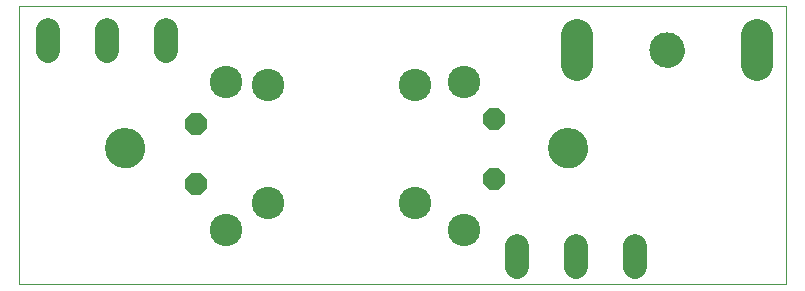
<source format=gbs>
G04 EAGLE Gerber RS-274X export*
G75*
%MOMM*%
%FSLAX34Y34*%
%LPD*%
%INBottom solder mask*%
%IPPOS*%
%AMOC8*
5,1,8,0,0,1.08239X$1,22.5*%
G01*
%ADD10C,0.000000*%
%ADD11C,3.403200*%
%ADD12C,2.743200*%
%ADD13P,1.951982X8X112.500000*%
%ADD14C,1.993900*%
%ADD15C,2.743200*%
%ADD16C,2.997200*%


D10*
X25320Y0D02*
X674680Y0D01*
X674680Y235000D01*
X25320Y235000D01*
X25320Y0D01*
X99000Y115000D02*
X99005Y115393D01*
X99019Y115785D01*
X99043Y116177D01*
X99077Y116568D01*
X99120Y116959D01*
X99173Y117348D01*
X99236Y117735D01*
X99307Y118121D01*
X99389Y118506D01*
X99479Y118888D01*
X99580Y119267D01*
X99689Y119645D01*
X99808Y120019D01*
X99935Y120390D01*
X100072Y120758D01*
X100218Y121123D01*
X100373Y121484D01*
X100536Y121841D01*
X100708Y122194D01*
X100889Y122542D01*
X101079Y122886D01*
X101276Y123226D01*
X101482Y123560D01*
X101696Y123889D01*
X101919Y124213D01*
X102149Y124531D01*
X102386Y124844D01*
X102632Y125150D01*
X102885Y125451D01*
X103145Y125745D01*
X103412Y126033D01*
X103686Y126314D01*
X103967Y126588D01*
X104255Y126855D01*
X104549Y127115D01*
X104850Y127368D01*
X105156Y127614D01*
X105469Y127851D01*
X105787Y128081D01*
X106111Y128304D01*
X106440Y128518D01*
X106774Y128724D01*
X107114Y128921D01*
X107458Y129111D01*
X107806Y129292D01*
X108159Y129464D01*
X108516Y129627D01*
X108877Y129782D01*
X109242Y129928D01*
X109610Y130065D01*
X109981Y130192D01*
X110355Y130311D01*
X110733Y130420D01*
X111112Y130521D01*
X111494Y130611D01*
X111879Y130693D01*
X112265Y130764D01*
X112652Y130827D01*
X113041Y130880D01*
X113432Y130923D01*
X113823Y130957D01*
X114215Y130981D01*
X114607Y130995D01*
X115000Y131000D01*
X115393Y130995D01*
X115785Y130981D01*
X116177Y130957D01*
X116568Y130923D01*
X116959Y130880D01*
X117348Y130827D01*
X117735Y130764D01*
X118121Y130693D01*
X118506Y130611D01*
X118888Y130521D01*
X119267Y130420D01*
X119645Y130311D01*
X120019Y130192D01*
X120390Y130065D01*
X120758Y129928D01*
X121123Y129782D01*
X121484Y129627D01*
X121841Y129464D01*
X122194Y129292D01*
X122542Y129111D01*
X122886Y128921D01*
X123226Y128724D01*
X123560Y128518D01*
X123889Y128304D01*
X124213Y128081D01*
X124531Y127851D01*
X124844Y127614D01*
X125150Y127368D01*
X125451Y127115D01*
X125745Y126855D01*
X126033Y126588D01*
X126314Y126314D01*
X126588Y126033D01*
X126855Y125745D01*
X127115Y125451D01*
X127368Y125150D01*
X127614Y124844D01*
X127851Y124531D01*
X128081Y124213D01*
X128304Y123889D01*
X128518Y123560D01*
X128724Y123226D01*
X128921Y122886D01*
X129111Y122542D01*
X129292Y122194D01*
X129464Y121841D01*
X129627Y121484D01*
X129782Y121123D01*
X129928Y120758D01*
X130065Y120390D01*
X130192Y120019D01*
X130311Y119645D01*
X130420Y119267D01*
X130521Y118888D01*
X130611Y118506D01*
X130693Y118121D01*
X130764Y117735D01*
X130827Y117348D01*
X130880Y116959D01*
X130923Y116568D01*
X130957Y116177D01*
X130981Y115785D01*
X130995Y115393D01*
X131000Y115000D01*
X130995Y114607D01*
X130981Y114215D01*
X130957Y113823D01*
X130923Y113432D01*
X130880Y113041D01*
X130827Y112652D01*
X130764Y112265D01*
X130693Y111879D01*
X130611Y111494D01*
X130521Y111112D01*
X130420Y110733D01*
X130311Y110355D01*
X130192Y109981D01*
X130065Y109610D01*
X129928Y109242D01*
X129782Y108877D01*
X129627Y108516D01*
X129464Y108159D01*
X129292Y107806D01*
X129111Y107458D01*
X128921Y107114D01*
X128724Y106774D01*
X128518Y106440D01*
X128304Y106111D01*
X128081Y105787D01*
X127851Y105469D01*
X127614Y105156D01*
X127368Y104850D01*
X127115Y104549D01*
X126855Y104255D01*
X126588Y103967D01*
X126314Y103686D01*
X126033Y103412D01*
X125745Y103145D01*
X125451Y102885D01*
X125150Y102632D01*
X124844Y102386D01*
X124531Y102149D01*
X124213Y101919D01*
X123889Y101696D01*
X123560Y101482D01*
X123226Y101276D01*
X122886Y101079D01*
X122542Y100889D01*
X122194Y100708D01*
X121841Y100536D01*
X121484Y100373D01*
X121123Y100218D01*
X120758Y100072D01*
X120390Y99935D01*
X120019Y99808D01*
X119645Y99689D01*
X119267Y99580D01*
X118888Y99479D01*
X118506Y99389D01*
X118121Y99307D01*
X117735Y99236D01*
X117348Y99173D01*
X116959Y99120D01*
X116568Y99077D01*
X116177Y99043D01*
X115785Y99019D01*
X115393Y99005D01*
X115000Y99000D01*
X114607Y99005D01*
X114215Y99019D01*
X113823Y99043D01*
X113432Y99077D01*
X113041Y99120D01*
X112652Y99173D01*
X112265Y99236D01*
X111879Y99307D01*
X111494Y99389D01*
X111112Y99479D01*
X110733Y99580D01*
X110355Y99689D01*
X109981Y99808D01*
X109610Y99935D01*
X109242Y100072D01*
X108877Y100218D01*
X108516Y100373D01*
X108159Y100536D01*
X107806Y100708D01*
X107458Y100889D01*
X107114Y101079D01*
X106774Y101276D01*
X106440Y101482D01*
X106111Y101696D01*
X105787Y101919D01*
X105469Y102149D01*
X105156Y102386D01*
X104850Y102632D01*
X104549Y102885D01*
X104255Y103145D01*
X103967Y103412D01*
X103686Y103686D01*
X103412Y103967D01*
X103145Y104255D01*
X102885Y104549D01*
X102632Y104850D01*
X102386Y105156D01*
X102149Y105469D01*
X101919Y105787D01*
X101696Y106111D01*
X101482Y106440D01*
X101276Y106774D01*
X101079Y107114D01*
X100889Y107458D01*
X100708Y107806D01*
X100536Y108159D01*
X100373Y108516D01*
X100218Y108877D01*
X100072Y109242D01*
X99935Y109610D01*
X99808Y109981D01*
X99689Y110355D01*
X99580Y110733D01*
X99479Y111112D01*
X99389Y111494D01*
X99307Y111879D01*
X99236Y112265D01*
X99173Y112652D01*
X99120Y113041D01*
X99077Y113432D01*
X99043Y113823D01*
X99019Y114215D01*
X99005Y114607D01*
X99000Y115000D01*
D11*
X115000Y115000D03*
D10*
X474000Y115000D02*
X474005Y115393D01*
X474019Y115785D01*
X474043Y116177D01*
X474077Y116568D01*
X474120Y116959D01*
X474173Y117348D01*
X474236Y117735D01*
X474307Y118121D01*
X474389Y118506D01*
X474479Y118888D01*
X474580Y119267D01*
X474689Y119645D01*
X474808Y120019D01*
X474935Y120390D01*
X475072Y120758D01*
X475218Y121123D01*
X475373Y121484D01*
X475536Y121841D01*
X475708Y122194D01*
X475889Y122542D01*
X476079Y122886D01*
X476276Y123226D01*
X476482Y123560D01*
X476696Y123889D01*
X476919Y124213D01*
X477149Y124531D01*
X477386Y124844D01*
X477632Y125150D01*
X477885Y125451D01*
X478145Y125745D01*
X478412Y126033D01*
X478686Y126314D01*
X478967Y126588D01*
X479255Y126855D01*
X479549Y127115D01*
X479850Y127368D01*
X480156Y127614D01*
X480469Y127851D01*
X480787Y128081D01*
X481111Y128304D01*
X481440Y128518D01*
X481774Y128724D01*
X482114Y128921D01*
X482458Y129111D01*
X482806Y129292D01*
X483159Y129464D01*
X483516Y129627D01*
X483877Y129782D01*
X484242Y129928D01*
X484610Y130065D01*
X484981Y130192D01*
X485355Y130311D01*
X485733Y130420D01*
X486112Y130521D01*
X486494Y130611D01*
X486879Y130693D01*
X487265Y130764D01*
X487652Y130827D01*
X488041Y130880D01*
X488432Y130923D01*
X488823Y130957D01*
X489215Y130981D01*
X489607Y130995D01*
X490000Y131000D01*
X490393Y130995D01*
X490785Y130981D01*
X491177Y130957D01*
X491568Y130923D01*
X491959Y130880D01*
X492348Y130827D01*
X492735Y130764D01*
X493121Y130693D01*
X493506Y130611D01*
X493888Y130521D01*
X494267Y130420D01*
X494645Y130311D01*
X495019Y130192D01*
X495390Y130065D01*
X495758Y129928D01*
X496123Y129782D01*
X496484Y129627D01*
X496841Y129464D01*
X497194Y129292D01*
X497542Y129111D01*
X497886Y128921D01*
X498226Y128724D01*
X498560Y128518D01*
X498889Y128304D01*
X499213Y128081D01*
X499531Y127851D01*
X499844Y127614D01*
X500150Y127368D01*
X500451Y127115D01*
X500745Y126855D01*
X501033Y126588D01*
X501314Y126314D01*
X501588Y126033D01*
X501855Y125745D01*
X502115Y125451D01*
X502368Y125150D01*
X502614Y124844D01*
X502851Y124531D01*
X503081Y124213D01*
X503304Y123889D01*
X503518Y123560D01*
X503724Y123226D01*
X503921Y122886D01*
X504111Y122542D01*
X504292Y122194D01*
X504464Y121841D01*
X504627Y121484D01*
X504782Y121123D01*
X504928Y120758D01*
X505065Y120390D01*
X505192Y120019D01*
X505311Y119645D01*
X505420Y119267D01*
X505521Y118888D01*
X505611Y118506D01*
X505693Y118121D01*
X505764Y117735D01*
X505827Y117348D01*
X505880Y116959D01*
X505923Y116568D01*
X505957Y116177D01*
X505981Y115785D01*
X505995Y115393D01*
X506000Y115000D01*
X505995Y114607D01*
X505981Y114215D01*
X505957Y113823D01*
X505923Y113432D01*
X505880Y113041D01*
X505827Y112652D01*
X505764Y112265D01*
X505693Y111879D01*
X505611Y111494D01*
X505521Y111112D01*
X505420Y110733D01*
X505311Y110355D01*
X505192Y109981D01*
X505065Y109610D01*
X504928Y109242D01*
X504782Y108877D01*
X504627Y108516D01*
X504464Y108159D01*
X504292Y107806D01*
X504111Y107458D01*
X503921Y107114D01*
X503724Y106774D01*
X503518Y106440D01*
X503304Y106111D01*
X503081Y105787D01*
X502851Y105469D01*
X502614Y105156D01*
X502368Y104850D01*
X502115Y104549D01*
X501855Y104255D01*
X501588Y103967D01*
X501314Y103686D01*
X501033Y103412D01*
X500745Y103145D01*
X500451Y102885D01*
X500150Y102632D01*
X499844Y102386D01*
X499531Y102149D01*
X499213Y101919D01*
X498889Y101696D01*
X498560Y101482D01*
X498226Y101276D01*
X497886Y101079D01*
X497542Y100889D01*
X497194Y100708D01*
X496841Y100536D01*
X496484Y100373D01*
X496123Y100218D01*
X495758Y100072D01*
X495390Y99935D01*
X495019Y99808D01*
X494645Y99689D01*
X494267Y99580D01*
X493888Y99479D01*
X493506Y99389D01*
X493121Y99307D01*
X492735Y99236D01*
X492348Y99173D01*
X491959Y99120D01*
X491568Y99077D01*
X491177Y99043D01*
X490785Y99019D01*
X490393Y99005D01*
X490000Y99000D01*
X489607Y99005D01*
X489215Y99019D01*
X488823Y99043D01*
X488432Y99077D01*
X488041Y99120D01*
X487652Y99173D01*
X487265Y99236D01*
X486879Y99307D01*
X486494Y99389D01*
X486112Y99479D01*
X485733Y99580D01*
X485355Y99689D01*
X484981Y99808D01*
X484610Y99935D01*
X484242Y100072D01*
X483877Y100218D01*
X483516Y100373D01*
X483159Y100536D01*
X482806Y100708D01*
X482458Y100889D01*
X482114Y101079D01*
X481774Y101276D01*
X481440Y101482D01*
X481111Y101696D01*
X480787Y101919D01*
X480469Y102149D01*
X480156Y102386D01*
X479850Y102632D01*
X479549Y102885D01*
X479255Y103145D01*
X478967Y103412D01*
X478686Y103686D01*
X478412Y103967D01*
X478145Y104255D01*
X477885Y104549D01*
X477632Y104850D01*
X477386Y105156D01*
X477149Y105469D01*
X476919Y105787D01*
X476696Y106111D01*
X476482Y106440D01*
X476276Y106774D01*
X476079Y107114D01*
X475889Y107458D01*
X475708Y107806D01*
X475536Y108159D01*
X475373Y108516D01*
X475218Y108877D01*
X475072Y109242D01*
X474935Y109610D01*
X474808Y109981D01*
X474689Y110355D01*
X474580Y110733D01*
X474479Y111112D01*
X474389Y111494D01*
X474307Y111879D01*
X474236Y112265D01*
X474173Y112652D01*
X474120Y113041D01*
X474077Y113432D01*
X474043Y113823D01*
X474019Y114215D01*
X474005Y114607D01*
X474000Y115000D01*
D11*
X490000Y115000D03*
D12*
X401800Y170700D03*
X401800Y45700D03*
X200800Y170700D03*
X200800Y45700D03*
X360700Y168400D03*
X360700Y68400D03*
X235700Y168400D03*
X235700Y68400D03*
D13*
X427000Y89000D03*
X427000Y139800D03*
X175000Y84600D03*
X175000Y135400D03*
D14*
X446520Y32334D02*
X446520Y14427D01*
X496520Y14427D02*
X496520Y32334D01*
X546520Y32334D02*
X546520Y14427D01*
X149560Y197427D02*
X149560Y215334D01*
X99560Y215334D02*
X99560Y197427D01*
X49560Y197427D02*
X49560Y215334D01*
D15*
X650200Y210700D02*
X650200Y185300D01*
X497800Y185300D02*
X497800Y210700D01*
D10*
X560030Y198000D02*
X560034Y198343D01*
X560047Y198685D01*
X560068Y199028D01*
X560097Y199369D01*
X560135Y199710D01*
X560181Y200050D01*
X560236Y200388D01*
X560298Y200725D01*
X560369Y201061D01*
X560449Y201394D01*
X560536Y201726D01*
X560632Y202055D01*
X560735Y202382D01*
X560847Y202706D01*
X560966Y203028D01*
X561093Y203346D01*
X561228Y203661D01*
X561371Y203973D01*
X561522Y204281D01*
X561680Y204585D01*
X561845Y204886D01*
X562018Y205182D01*
X562197Y205474D01*
X562384Y205761D01*
X562578Y206044D01*
X562779Y206322D01*
X562987Y206595D01*
X563201Y206862D01*
X563422Y207125D01*
X563649Y207382D01*
X563882Y207633D01*
X564122Y207878D01*
X564367Y208118D01*
X564618Y208351D01*
X564875Y208578D01*
X565138Y208799D01*
X565405Y209013D01*
X565678Y209221D01*
X565956Y209422D01*
X566239Y209616D01*
X566526Y209803D01*
X566818Y209982D01*
X567114Y210155D01*
X567415Y210320D01*
X567719Y210478D01*
X568027Y210629D01*
X568339Y210772D01*
X568654Y210907D01*
X568972Y211034D01*
X569294Y211153D01*
X569618Y211265D01*
X569945Y211368D01*
X570274Y211464D01*
X570606Y211551D01*
X570939Y211631D01*
X571275Y211702D01*
X571612Y211764D01*
X571950Y211819D01*
X572290Y211865D01*
X572631Y211903D01*
X572972Y211932D01*
X573315Y211953D01*
X573657Y211966D01*
X574000Y211970D01*
X574343Y211966D01*
X574685Y211953D01*
X575028Y211932D01*
X575369Y211903D01*
X575710Y211865D01*
X576050Y211819D01*
X576388Y211764D01*
X576725Y211702D01*
X577061Y211631D01*
X577394Y211551D01*
X577726Y211464D01*
X578055Y211368D01*
X578382Y211265D01*
X578706Y211153D01*
X579028Y211034D01*
X579346Y210907D01*
X579661Y210772D01*
X579973Y210629D01*
X580281Y210478D01*
X580585Y210320D01*
X580886Y210155D01*
X581182Y209982D01*
X581474Y209803D01*
X581761Y209616D01*
X582044Y209422D01*
X582322Y209221D01*
X582595Y209013D01*
X582862Y208799D01*
X583125Y208578D01*
X583382Y208351D01*
X583633Y208118D01*
X583878Y207878D01*
X584118Y207633D01*
X584351Y207382D01*
X584578Y207125D01*
X584799Y206862D01*
X585013Y206595D01*
X585221Y206322D01*
X585422Y206044D01*
X585616Y205761D01*
X585803Y205474D01*
X585982Y205182D01*
X586155Y204886D01*
X586320Y204585D01*
X586478Y204281D01*
X586629Y203973D01*
X586772Y203661D01*
X586907Y203346D01*
X587034Y203028D01*
X587153Y202706D01*
X587265Y202382D01*
X587368Y202055D01*
X587464Y201726D01*
X587551Y201394D01*
X587631Y201061D01*
X587702Y200725D01*
X587764Y200388D01*
X587819Y200050D01*
X587865Y199710D01*
X587903Y199369D01*
X587932Y199028D01*
X587953Y198685D01*
X587966Y198343D01*
X587970Y198000D01*
X587966Y197657D01*
X587953Y197315D01*
X587932Y196972D01*
X587903Y196631D01*
X587865Y196290D01*
X587819Y195950D01*
X587764Y195612D01*
X587702Y195275D01*
X587631Y194939D01*
X587551Y194606D01*
X587464Y194274D01*
X587368Y193945D01*
X587265Y193618D01*
X587153Y193294D01*
X587034Y192972D01*
X586907Y192654D01*
X586772Y192339D01*
X586629Y192027D01*
X586478Y191719D01*
X586320Y191415D01*
X586155Y191114D01*
X585982Y190818D01*
X585803Y190526D01*
X585616Y190239D01*
X585422Y189956D01*
X585221Y189678D01*
X585013Y189405D01*
X584799Y189138D01*
X584578Y188875D01*
X584351Y188618D01*
X584118Y188367D01*
X583878Y188122D01*
X583633Y187882D01*
X583382Y187649D01*
X583125Y187422D01*
X582862Y187201D01*
X582595Y186987D01*
X582322Y186779D01*
X582044Y186578D01*
X581761Y186384D01*
X581474Y186197D01*
X581182Y186018D01*
X580886Y185845D01*
X580585Y185680D01*
X580281Y185522D01*
X579973Y185371D01*
X579661Y185228D01*
X579346Y185093D01*
X579028Y184966D01*
X578706Y184847D01*
X578382Y184735D01*
X578055Y184632D01*
X577726Y184536D01*
X577394Y184449D01*
X577061Y184369D01*
X576725Y184298D01*
X576388Y184236D01*
X576050Y184181D01*
X575710Y184135D01*
X575369Y184097D01*
X575028Y184068D01*
X574685Y184047D01*
X574343Y184034D01*
X574000Y184030D01*
X573657Y184034D01*
X573315Y184047D01*
X572972Y184068D01*
X572631Y184097D01*
X572290Y184135D01*
X571950Y184181D01*
X571612Y184236D01*
X571275Y184298D01*
X570939Y184369D01*
X570606Y184449D01*
X570274Y184536D01*
X569945Y184632D01*
X569618Y184735D01*
X569294Y184847D01*
X568972Y184966D01*
X568654Y185093D01*
X568339Y185228D01*
X568027Y185371D01*
X567719Y185522D01*
X567415Y185680D01*
X567114Y185845D01*
X566818Y186018D01*
X566526Y186197D01*
X566239Y186384D01*
X565956Y186578D01*
X565678Y186779D01*
X565405Y186987D01*
X565138Y187201D01*
X564875Y187422D01*
X564618Y187649D01*
X564367Y187882D01*
X564122Y188122D01*
X563882Y188367D01*
X563649Y188618D01*
X563422Y188875D01*
X563201Y189138D01*
X562987Y189405D01*
X562779Y189678D01*
X562578Y189956D01*
X562384Y190239D01*
X562197Y190526D01*
X562018Y190818D01*
X561845Y191114D01*
X561680Y191415D01*
X561522Y191719D01*
X561371Y192027D01*
X561228Y192339D01*
X561093Y192654D01*
X560966Y192972D01*
X560847Y193294D01*
X560735Y193618D01*
X560632Y193945D01*
X560536Y194274D01*
X560449Y194606D01*
X560369Y194939D01*
X560298Y195275D01*
X560236Y195612D01*
X560181Y195950D01*
X560135Y196290D01*
X560097Y196631D01*
X560068Y196972D01*
X560047Y197315D01*
X560034Y197657D01*
X560030Y198000D01*
D16*
X574000Y198000D03*
M02*

</source>
